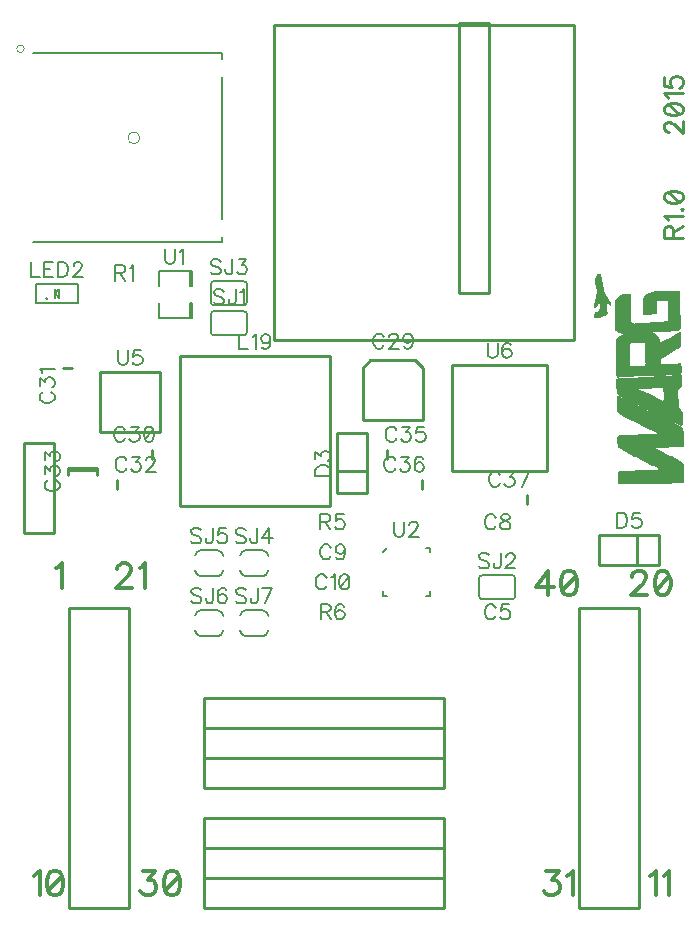
<source format=gbr>
G04 DipTrace 2.4.0.2*
%INTopSilk.gbr*%
%MOIN*%
%ADD10C,0.0098*%
%ADD12C,0.003*%
%ADD16C,0.008*%
%ADD22C,0.0*%
%ADD23C,0.005*%
%ADD37C,0.006*%
%ADD90C,0.0077*%
%ADD91C,0.0093*%
%ADD92C,0.0124*%
%FSLAX44Y44*%
G04*
G70*
G90*
G75*
G01*
%LNTopSilk*%
%LPD*%
X15728Y20207D2*
D10*
X17728D1*
Y21957D1*
X17478Y22207D1*
X15978D1*
X15728Y20207D2*
Y21957D1*
X15978Y22207D1*
X8713Y19223D2*
Y18908D1*
X5720Y21962D2*
X6035D1*
X7544Y17908D2*
Y18223D1*
X5886Y18557D2*
X6870D1*
X5886Y18632D2*
X6870D1*
X5886D2*
Y18396D1*
X6870Y18632D2*
Y18396D1*
X16544Y18908D2*
Y19223D1*
X17713Y18223D2*
Y17908D1*
X21213Y17723D2*
Y17408D1*
X15878Y19778D2*
X14878D1*
Y17778D1*
X15878D1*
Y19778D1*
Y18528D2*
X14878D1*
X23609Y16393D2*
X25609D1*
Y15393D1*
X23609D1*
Y16393D1*
X24859D2*
Y15393D1*
X10440Y8940D2*
X18440D1*
Y9940D1*
X10440D1*
Y8940D1*
Y7940D2*
X18440D1*
Y8940D1*
X10440D1*
Y7940D1*
Y10940D2*
X18440D1*
Y9940D1*
X10440D1*
Y10940D1*
X18944Y24435D2*
X19944D1*
Y33436D1*
X18944D1*
Y24435D1*
X10440Y5940D2*
X18440D1*
Y6940D1*
X10440D1*
Y5940D1*
Y3940D2*
X18440D1*
Y4940D1*
X10440D1*
Y3940D1*
Y4940D2*
X18440D1*
Y5940D1*
X10440D1*
Y4940D1*
X5444Y19436D2*
X4444D1*
Y16436D1*
X5444D1*
Y19436D1*
X9627Y17349D2*
X14627D1*
Y22349D1*
X9627D1*
Y17349D1*
X5151Y24263D2*
D22*
G02X5151Y24263I41J0D01*
G01*
X5448Y24283D2*
D23*
Y24440D1*
Y24597D1*
Y24440D2*
X5605Y24283D1*
Y24597D1*
X5448Y24440D1*
X6235Y24755D2*
Y24125D1*
X4819D1*
Y24714D1*
Y24716D2*
Y24755D1*
X6235D1*
X10760Y23840D2*
D37*
X11760D1*
X10760Y23040D2*
G02X10660Y23140I0J100D01*
G01*
X11860D2*
G02X11760Y23040I-100J0D01*
G01*
X11860Y23740D2*
G03X11760Y23840I-100J0D01*
G01*
X10760D2*
G03X10660Y23740I0J-100D01*
G01*
Y23140D1*
X11860Y23740D2*
Y23140D1*
X11760Y23040D2*
X10760D1*
X20703Y14243D2*
X19703D1*
X20703Y15043D2*
G02X20803Y14943I0J-100D01*
G01*
X19603D2*
G02X19703Y15043I100J0D01*
G01*
X19603Y14343D2*
G03X19703Y14243I100J0D01*
G01*
X20703D2*
G03X20803Y14343I0J100D01*
G01*
Y14943D1*
X19603Y14343D2*
Y14943D1*
X19703Y15043D2*
X20703D1*
X10760Y24840D2*
X11760D1*
X10760Y24040D2*
G02X10660Y24140I0J100D01*
G01*
X11860D2*
G02X11760Y24040I-100J0D01*
G01*
X11860Y24740D2*
G03X11760Y24840I-100J0D01*
G01*
X10760D2*
G03X10660Y24740I0J-100D01*
G01*
Y24140D1*
X11860Y24740D2*
Y24140D1*
X11760Y24040D2*
X10760D1*
X12385Y15002D2*
X11823D1*
X12385Y15877D2*
G02X12573Y15690I-31J-219D01*
G01*
X11635D2*
G02X11823Y15877I219J-31D01*
G01*
X11635Y15190D2*
G03X11823Y15002I219J31D01*
G01*
X12385D2*
G03X12573Y15190I-31J219D01*
G01*
X11823Y15877D2*
X12385D1*
X10885Y15002D2*
X10323D1*
X10885Y15877D2*
G02X11073Y15690I-31J-219D01*
G01*
X10135D2*
G02X10323Y15877I219J-31D01*
G01*
X10135Y15190D2*
G03X10323Y15002I219J31D01*
G01*
X10885D2*
G03X11073Y15190I-31J219D01*
G01*
X10323Y15877D2*
X10885D1*
Y13003D2*
X10323D1*
X10885Y13878D2*
G02X11073Y13690I-31J-219D01*
G01*
X10135D2*
G02X10323Y13878I219J-31D01*
G01*
X10135Y13190D2*
G03X10323Y13003I219J31D01*
G01*
X10885D2*
G03X11073Y13190I-31J219D01*
G01*
X10323Y13878D2*
X10885D1*
X12385Y13003D2*
X11823D1*
X12385Y13878D2*
G02X12573Y13690I-31J-219D01*
G01*
X11635D2*
G02X11823Y13878I219J-31D01*
G01*
X11635Y13190D2*
G03X11823Y13003I219J31D01*
G01*
X12385D2*
G03X12573Y13190I-31J219D01*
G01*
X11823Y13878D2*
X12385D1*
X9952Y24674D2*
D23*
Y25186D1*
X8928D1*
Y23611D2*
X9952D1*
Y24123D1*
X8928Y24674D2*
Y25186D1*
Y23611D2*
Y24123D1*
X9991Y24674D2*
Y25186D1*
Y23611D2*
Y24123D1*
X10031Y24674D2*
Y25186D1*
Y23611D2*
Y24123D1*
Y25186D2*
X9952D1*
X10031Y24674D2*
X9952D1*
X10031Y24123D2*
X9952D1*
X10031Y23611D2*
X9952D1*
X17820Y14364D2*
D16*
X17958D1*
Y14501D2*
Y14364D1*
X16521D2*
X16383D1*
Y14501D1*
X17958Y15801D2*
Y15938D1*
X17820D1*
X16521D2*
X16383Y15801D1*
X7895Y29620D2*
D22*
G02X7895Y29620I197J0D01*
G01*
X4187Y32593D2*
G02X4187Y32593I124J0D01*
G01*
X4744Y32436D2*
D23*
X11044D1*
Y26136D2*
X4744D1*
X11044Y31648D2*
Y26923D1*
Y26333D2*
Y26136D1*
Y32436D2*
Y32238D1*
X6971Y19815D2*
D10*
X8970D1*
Y21815D1*
X6971D1*
Y19815D1*
X18709Y22057D2*
X21859D1*
Y18514D1*
X18709D1*
Y22057D1*
X22774Y33396D2*
X12774D1*
Y22896D1*
X22774D1*
Y33396D1*
X22945Y13956D2*
X24943D1*
Y3954D1*
X22945D1*
Y13956D1*
X5945D2*
X7944D1*
Y3954D1*
X5945D1*
Y13956D1*
X23532Y25093D2*
D12*
X23622D1*
X23521Y25063D2*
X23632D1*
X23508Y25033D2*
X23641D1*
X23495Y25003D2*
X23647D1*
X23484Y24973D2*
X23651D1*
X23478Y24943D2*
X23656D1*
X23474Y24913D2*
X23664D1*
X23473Y24883D2*
X23672D1*
X23472Y24853D2*
X23677D1*
X23472Y24823D2*
X23681D1*
X23473Y24793D2*
X23686D1*
X23477Y24763D2*
X23694D1*
X23484Y24733D2*
X23702D1*
X23492Y24703D2*
X23707D1*
X23498Y24673D2*
X23711D1*
X23505Y24643D2*
X23716D1*
X23513Y24613D2*
X23724D1*
X23522Y24583D2*
X23732D1*
X23527Y24553D2*
X23738D1*
X23529Y24523D2*
X23745D1*
X25482D2*
X26262D1*
X23526Y24493D2*
X23754D1*
X25368D2*
X26262D1*
X23519Y24463D2*
X23767D1*
X25278D2*
X26262D1*
X23512Y24433D2*
X23780D1*
X24492D2*
X24642D1*
X25213D2*
X26262D1*
X23507Y24403D2*
X23796D1*
X24409D2*
X24642D1*
X25166D2*
X26262D1*
X23503Y24373D2*
X23813D1*
X24336D2*
X24642D1*
X25132D2*
X26262D1*
X23498Y24343D2*
X23833D1*
X24278D2*
X24642D1*
X25107D2*
X26262D1*
X23490Y24313D2*
X23852D1*
X24230D2*
X24642D1*
X25089D2*
X26262D1*
X23482Y24283D2*
X23872D1*
X24191D2*
X24642D1*
X25076D2*
X26262D1*
X23477Y24253D2*
X23892D1*
X24158D2*
X24642D1*
X25068D2*
X26262D1*
X23473Y24223D2*
X23912D1*
X24145D2*
X24642D1*
X25065D2*
X26262D1*
X23468Y24193D2*
X23932D1*
X24137D2*
X24642D1*
X25063D2*
X25482D1*
X25902D2*
X26262D1*
X23460Y24163D2*
X23951D1*
X24134D2*
X24642D1*
X25062D2*
X25482D1*
X25902D2*
X26262D1*
X23452Y24133D2*
X23967D1*
X24133D2*
X24642D1*
X25062D2*
X25482D1*
X25902D2*
X26262D1*
X23447Y24103D2*
X23567D1*
X23622D2*
X23972D1*
X24132D2*
X24642D1*
X25062D2*
X25482D1*
X25902D2*
X26262D1*
X23444Y24073D2*
X23544D1*
X23623D2*
X23832D1*
X23922D2*
X23964D1*
X24132D2*
X24642D1*
X25062D2*
X25482D1*
X25902D2*
X26262D1*
X23443Y24043D2*
X23522D1*
X23627D2*
X23832D1*
X23952D2*
D3*
X24132D2*
X24642D1*
X25062D2*
X25482D1*
X25902D2*
X26262D1*
X23442Y24013D2*
X23498D1*
X23633D2*
X23832D1*
X24132D2*
X24642D1*
X25062D2*
X25482D1*
X25902D2*
X26262D1*
X23442Y23983D2*
X23472D1*
X23638D2*
X23832D1*
X24132D2*
X24642D1*
X25062D2*
X25482D1*
X25902D2*
X26262D1*
X23632Y23953D2*
X23832D1*
X24132D2*
X24642D1*
X25062D2*
X25482D1*
X25902D2*
X26262D1*
X23609Y23923D2*
X23832D1*
X24132D2*
X24642D1*
X25062D2*
X25482D1*
X25902D2*
X26262D1*
X23582Y23893D2*
X23832D1*
X24132D2*
X24642D1*
X25062D2*
X25482D1*
X25902D2*
X26262D1*
X23559Y23863D2*
X23833D1*
X24132D2*
X24642D1*
X25062D2*
X25482D1*
X25902D2*
X26262D1*
X23543Y23833D2*
X23838D1*
X24132D2*
X24642D1*
X25062D2*
X25482D1*
X25902D2*
X26262D1*
X23472Y23803D2*
X23848D1*
X24132D2*
X24642D1*
X25062D2*
X25482D1*
X25902D2*
X26263D1*
X23457Y23773D2*
X23862D1*
X24132D2*
X24642D1*
X25062D2*
X25482D1*
X25902D2*
X26267D1*
X23442Y23743D2*
X23816D1*
X24132D2*
X24642D1*
X25062D2*
X25212D1*
X25902D2*
X26274D1*
X23429Y23713D2*
X23753D1*
X24132D2*
X24642D1*
X25902D2*
X26282D1*
X23434Y23683D2*
X23676D1*
X24132D2*
X24642D1*
X25902D2*
X26287D1*
X23442Y23653D2*
X23592D1*
X24132D2*
X24642D1*
X25902D2*
X26290D1*
X24132Y23623D2*
X24642D1*
X25902D2*
X26291D1*
X24132Y23593D2*
X24642D1*
X25898D2*
X26292D1*
X24132Y23563D2*
X24642D1*
X25890D2*
X26292D1*
X24132Y23533D2*
X24642D1*
X25849D2*
X26292D1*
X24132Y23503D2*
X24644D1*
X25790D2*
X26292D1*
X24132Y23473D2*
X24658D1*
X25302D2*
X26292D1*
X24132Y23443D2*
X24705D1*
X24792D2*
X26292D1*
X24132Y23413D2*
X26292D1*
X24132Y23383D2*
X26292D1*
X24132Y23353D2*
X26292D1*
X24132Y23323D2*
X26291D1*
X24132Y23293D2*
X26288D1*
X24134Y23263D2*
X26272D1*
X24140Y23233D2*
X26197D1*
X24161Y23203D2*
X26068D1*
X24206Y23173D2*
X25902D1*
X24269Y23143D2*
X25373D1*
X26262D2*
X26292D1*
X24348Y23113D2*
X25408D1*
X26216D2*
X26292D1*
X24432Y23083D2*
X25452D1*
X26166D2*
X26292D1*
X24349Y23053D2*
X25494D1*
X26114D2*
X26292D1*
X24282Y23023D2*
X25528D1*
X26063D2*
X26292D1*
X24231Y22993D2*
X25551D1*
X26011D2*
X26292D1*
X24191Y22963D2*
X25567D1*
X25958D2*
X26292D1*
X24176Y22933D2*
X25580D1*
X25905D2*
X26292D1*
X24168Y22903D2*
X25591D1*
X25853D2*
X26292D1*
X24164Y22873D2*
X25599D1*
X25799D2*
X26292D1*
X24163Y22843D2*
X25608D1*
X25735D2*
X26292D1*
X24162Y22813D2*
X25633D1*
X25658D2*
X26292D1*
X24162Y22783D2*
X24618D1*
X25122D2*
X26292D1*
X24162Y22753D2*
X24600D1*
X25122D2*
X26292D1*
X24162Y22723D2*
X24590D1*
X25122D2*
X26289D1*
X24162Y22693D2*
X24585D1*
X25122D2*
X26284D1*
X24162Y22663D2*
X24583D1*
X25122D2*
X26257D1*
X24162Y22633D2*
X24582D1*
X25122D2*
X26221D1*
X24162Y22603D2*
X24582D1*
X25122D2*
X26177D1*
X24162Y22573D2*
X24582D1*
X25122D2*
X26129D1*
X24162Y22543D2*
X24582D1*
X25122D2*
X26077D1*
X24162Y22513D2*
X24582D1*
X25122D2*
X26024D1*
X24162Y22483D2*
X24582D1*
X25122D2*
X25973D1*
X24162Y22453D2*
X24582D1*
X25122D2*
X25922D1*
X24162Y22423D2*
X24582D1*
X25122D2*
X25868D1*
X24162Y22393D2*
X24582D1*
X25122D2*
X25815D1*
X24162Y22363D2*
X24582D1*
X25122D2*
X25765D1*
X24162Y22333D2*
X24582D1*
X25122D2*
X25719D1*
X24162Y22303D2*
X24582D1*
X25122D2*
X25682D1*
X24162Y22273D2*
X24582D1*
X25123D2*
X25652D1*
X24162Y22243D2*
X24582D1*
X25127D2*
X25642D1*
X24162Y22213D2*
X24582D1*
X25134D2*
X25636D1*
X24162Y22183D2*
X24582D1*
X25142D2*
X25634D1*
X24162Y22153D2*
X24582D1*
X25147D2*
X25633D1*
X24162Y22123D2*
X24582D1*
X25149D2*
X25632D1*
X26232D2*
X26292D1*
X24162Y22093D2*
X24582D1*
X25145D2*
X26306D1*
X24162Y22063D2*
X24582D1*
X25133D2*
X26314D1*
X24162Y22033D2*
X24582D1*
X25114D2*
X26319D1*
X24162Y22003D2*
X26321D1*
X24162Y21973D2*
X26321D1*
X24162Y21943D2*
X26322D1*
X24162Y21913D2*
X26322D1*
X24162Y21883D2*
X26322D1*
X24162Y21853D2*
X26321D1*
X24162Y21823D2*
X26316D1*
X24162Y21793D2*
X26306D1*
X24162Y21763D2*
X26292D1*
X24163Y21733D2*
X25812D1*
X24167Y21703D2*
X25242D1*
X26022D2*
X26322D1*
X24182Y21673D2*
X24732D1*
X25422D2*
X26322D1*
X24214Y21643D2*
X24192D1*
X24882D2*
X26322D1*
X24402Y21613D2*
X26322D1*
X24162Y21583D2*
X26322D1*
X24162Y21553D2*
X26322D1*
X24162Y21523D2*
X26322D1*
X24162Y21493D2*
X26322D1*
X24162Y21463D2*
X26323D1*
X24162Y21433D2*
X26327D1*
X24162Y21403D2*
X26332D1*
X24162Y21373D2*
X26337D1*
X24163Y21343D2*
X26322D1*
X24167Y21313D2*
X26283D1*
X24174Y21283D2*
X25332D1*
X25727D2*
X26247D1*
X24182Y21253D2*
X24873D1*
X25734D2*
X26219D1*
X24187Y21223D2*
X24947D1*
X25742D2*
X26210D1*
X24190Y21193D2*
X25016D1*
X25747D2*
X26205D1*
X24191Y21163D2*
X25083D1*
X25750D2*
X26203D1*
X24194Y21133D2*
X25148D1*
X25751D2*
X26202D1*
X24200Y21103D2*
X25210D1*
X25752D2*
X26202D1*
X24228Y21073D2*
X25271D1*
X25752D2*
X26202D1*
X24268Y21043D2*
X25332D1*
X25752D2*
X26202D1*
X24192Y21013D2*
X24222D1*
X24319D2*
X25392D1*
X25752D2*
X26203D1*
X24192Y20983D2*
X24282D1*
X24375D2*
X25452D1*
X25752D2*
X26207D1*
X24192Y20953D2*
X24342D1*
X24433D2*
X25512D1*
X25752D2*
X26214D1*
X24192Y20923D2*
X24404D1*
X24490D2*
X25573D1*
X25751D2*
X26222D1*
X24192Y20893D2*
X24474D1*
X24540D2*
X25638D1*
X25746D2*
X26227D1*
X24192Y20863D2*
X24554D1*
X24580D2*
X25708D1*
X25736D2*
X26230D1*
X24192Y20833D2*
X24612D1*
X24661D2*
X26231D1*
X24192Y20803D2*
X24670D1*
X24700D2*
X26232D1*
X24192Y20773D2*
X24732D1*
X24778D2*
X26232D1*
X24192Y20743D2*
X24792D1*
X24882D2*
X26232D1*
X24192Y20713D2*
X24852D1*
X24942D2*
X26232D1*
X24192Y20683D2*
X24912D1*
X25002D2*
X26233D1*
X24192Y20653D2*
X24972D1*
X25062D2*
X26237D1*
X24192Y20623D2*
X25032D1*
X25122D2*
X26255D1*
X24192Y20593D2*
X25092D1*
X25182D2*
X26281D1*
X24192Y20563D2*
X25152D1*
X25242D2*
X26309D1*
X24195Y20533D2*
X25212D1*
X25303D2*
X26333D1*
X24200Y20503D2*
X25272D1*
X25367D2*
X26343D1*
X24228Y20473D2*
X25332D1*
X25434D2*
X26348D1*
X24268Y20443D2*
X25393D1*
X25502D2*
X26350D1*
X24319Y20413D2*
X25457D1*
X25567D2*
X26351D1*
X24376Y20383D2*
X25524D1*
X25630D2*
X26352D1*
X24437Y20353D2*
X25592D1*
X25691D2*
X26352D1*
X24501Y20323D2*
X25657D1*
X25752D2*
X26352D1*
X24564Y20293D2*
X25720D1*
X25812D2*
X26353D1*
X24625Y20263D2*
X25781D1*
X25872D2*
X26357D1*
X24683Y20233D2*
X25842D1*
X25933D2*
X26364D1*
X24742Y20203D2*
X25902D1*
X25996D2*
X26372D1*
X24802Y20173D2*
X25962D1*
X26060D2*
X26377D1*
X24861Y20143D2*
X26022D1*
X26125D2*
X26379D1*
X24918Y20113D2*
X26082D1*
X26190D2*
X26380D1*
X24975Y20083D2*
X26143D1*
X26256D2*
X26370D1*
X25033Y20053D2*
X26206D1*
X26322D2*
X26335D1*
X25093Y20023D2*
X26267D1*
X25153Y19993D2*
X26317D1*
X25216Y19963D2*
X26356D1*
X25279Y19933D2*
X26370D1*
X25340Y19903D2*
X26377D1*
X25397Y19873D2*
X26380D1*
X25455Y19843D2*
X26381D1*
X25513Y19813D2*
X26382D1*
X25572Y19783D2*
X26382D1*
X24882Y19753D2*
X26382D1*
X24252Y19723D2*
X26382D1*
X24224Y19693D2*
X26382D1*
X24204Y19663D2*
X26382D1*
X24197Y19633D2*
X26382D1*
X24194Y19603D2*
X26382D1*
X24193Y19573D2*
X26382D1*
X24193Y19543D2*
X26382D1*
X24197Y19513D2*
X26382D1*
X24204Y19483D2*
X26382D1*
X24212Y19453D2*
X26382D1*
X24217Y19423D2*
X26382D1*
X24221Y19393D2*
X26382D1*
X24226Y19363D2*
X26382D1*
X24242Y19333D2*
X25722D1*
X24276Y19303D2*
X25392D1*
X24320Y19273D2*
X25452D1*
X24369Y19243D2*
X25512D1*
X24425Y19213D2*
X25572D1*
X24483Y19183D2*
X25632D1*
X24541Y19153D2*
X25692D1*
X24598Y19123D2*
X25752D1*
X24654Y19093D2*
X25812D1*
X24709Y19063D2*
X25872D1*
X24766Y19033D2*
X25932D1*
X24824Y19003D2*
X25992D1*
X24883Y18973D2*
X26052D1*
X24942Y18943D2*
X26112D1*
X25002Y18913D2*
X26171D1*
X25062Y18883D2*
X26227D1*
X25122Y18853D2*
X26278D1*
X25182Y18823D2*
X26325D1*
X25242Y18793D2*
X26362D1*
X25302Y18763D2*
X26392D1*
X25362Y18733D2*
X26402D1*
X25422Y18703D2*
X26408D1*
X25482Y18673D2*
X26410D1*
X25542Y18643D2*
X26411D1*
X25602Y18613D2*
X26412D1*
X25572Y18583D2*
X26412D1*
X24792Y18553D2*
X26412D1*
X24252Y18523D2*
X26412D1*
X24238Y18493D2*
X26412D1*
X24229Y18463D2*
X26412D1*
X24225Y18433D2*
X26412D1*
X24223Y18403D2*
X26412D1*
X24222Y18373D2*
X26412D1*
X24222Y18343D2*
X26412D1*
X24222Y18313D2*
X26412D1*
X24222Y18283D2*
X26412D1*
X24222Y18253D2*
X26412D1*
X24222Y18223D2*
X26412D1*
X24222Y18193D2*
X26412D1*
X24222Y18163D2*
X26412D1*
X24222Y18133D2*
X25992D1*
X24222Y18103D2*
X25032D1*
X23532Y25093D2*
X23521Y25063D1*
X23508Y25033D1*
X23495Y25003D1*
X23484Y24973D1*
X23478Y24943D1*
X23474Y24913D1*
X23473Y24883D1*
X23472Y24853D1*
Y24823D1*
X23473Y24793D1*
X23477Y24763D1*
X23484Y24733D1*
X23492Y24703D1*
X23498Y24673D1*
X23505Y24643D1*
X23513Y24613D1*
X23522Y24583D1*
X23527Y24553D1*
X23529Y24523D1*
X23526Y24493D1*
X23519Y24463D1*
X23512Y24433D1*
X23507Y24403D1*
X23503Y24373D1*
X23498Y24343D1*
X23490Y24313D1*
X23482Y24283D1*
X23477Y24253D1*
X23473Y24223D1*
X23468Y24193D1*
X23460Y24163D1*
X23452Y24133D1*
X23447Y24103D1*
X23444Y24073D1*
X23443Y24043D1*
X23442Y24013D1*
Y23983D1*
X23622Y25093D2*
X23632Y25063D1*
X23641Y25033D1*
X23647Y25003D1*
X23651Y24973D1*
X23656Y24943D1*
X23664Y24913D1*
X23672Y24883D1*
X23677Y24853D1*
X23681Y24823D1*
X23686Y24793D1*
X23694Y24763D1*
X23702Y24733D1*
X23707Y24703D1*
X23711Y24673D1*
X23716Y24643D1*
X23724Y24613D1*
X23732Y24583D1*
X23738Y24553D1*
X23745Y24523D1*
X23754Y24493D1*
X23767Y24463D1*
X23780Y24433D1*
X23796Y24403D1*
X23813Y24373D1*
X23833Y24343D1*
X23852Y24313D1*
X23872Y24283D1*
X23892Y24253D1*
X23912Y24223D1*
X23932Y24193D1*
X23951Y24163D1*
X23967Y24133D1*
X23972Y24103D1*
X23964Y24073D1*
X23952Y24043D1*
X25482Y24523D2*
X25368Y24493D1*
X25278Y24463D1*
X25213Y24433D1*
X25166Y24403D1*
X25132Y24373D1*
X25107Y24343D1*
X25089Y24313D1*
X25076Y24283D1*
X25068Y24253D1*
X25065Y24223D1*
X25063Y24193D1*
X25062Y24163D1*
Y24133D1*
Y24103D1*
Y24073D1*
Y24043D1*
Y24013D1*
Y23983D1*
Y23953D1*
Y23923D1*
Y23893D1*
Y23863D1*
Y23833D1*
Y23803D1*
Y23773D1*
Y23743D1*
X26262Y24523D2*
Y24493D1*
Y24463D1*
Y24433D1*
Y24403D1*
Y24373D1*
Y24343D1*
Y24313D1*
Y24283D1*
Y24253D1*
Y24223D1*
Y24193D1*
Y24163D1*
Y24133D1*
Y24103D1*
Y24073D1*
Y24043D1*
Y24013D1*
Y23983D1*
Y23953D1*
Y23923D1*
Y23893D1*
Y23863D1*
Y23833D1*
X26263Y23803D1*
X26267Y23773D1*
X26274Y23743D1*
X26282Y23713D1*
X26287Y23683D1*
X26290Y23653D1*
X26291Y23623D1*
X26292Y23593D1*
Y23563D1*
Y23533D1*
Y23503D1*
Y23473D1*
Y23443D1*
Y23413D1*
Y23383D1*
Y23353D1*
X26291Y23323D1*
X26288Y23293D1*
X26272Y23263D1*
X26197Y23233D1*
X26068Y23203D1*
X25902Y23173D1*
X24492Y24433D2*
X24409Y24403D1*
X24336Y24373D1*
X24278Y24343D1*
X24230Y24313D1*
X24191Y24283D1*
X24158Y24253D1*
X24145Y24223D1*
X24137Y24193D1*
X24134Y24163D1*
X24133Y24133D1*
X24132Y24103D1*
Y24073D1*
Y24043D1*
Y24013D1*
Y23983D1*
Y23953D1*
Y23923D1*
Y23893D1*
Y23863D1*
Y23833D1*
Y23803D1*
Y23773D1*
Y23743D1*
Y23713D1*
Y23683D1*
Y23653D1*
Y23623D1*
Y23593D1*
Y23563D1*
Y23533D1*
Y23503D1*
Y23473D1*
Y23443D1*
Y23413D1*
Y23383D1*
Y23353D1*
Y23323D1*
Y23293D1*
X24134Y23263D1*
X24140Y23233D1*
X24161Y23203D1*
X24206Y23173D1*
X24269Y23143D1*
X24348Y23113D1*
X24432Y23083D1*
X24349Y23053D1*
X24282Y23023D1*
X24231Y22993D1*
X24191Y22963D1*
X24176Y22933D1*
X24168Y22903D1*
X24164Y22873D1*
X24163Y22843D1*
X24162Y22813D1*
Y22783D1*
Y22753D1*
Y22723D1*
Y22693D1*
Y22663D1*
Y22633D1*
Y22603D1*
Y22573D1*
Y22543D1*
Y22513D1*
Y22483D1*
Y22453D1*
Y22423D1*
Y22393D1*
Y22363D1*
Y22333D1*
Y22303D1*
Y22273D1*
Y22243D1*
Y22213D1*
Y22183D1*
Y22153D1*
Y22123D1*
Y22093D1*
Y22063D1*
Y22033D1*
Y22003D1*
Y21973D1*
Y21943D1*
Y21913D1*
Y21883D1*
Y21853D1*
Y21823D1*
Y21793D1*
Y21763D1*
X24163Y21733D1*
X24167Y21703D1*
X24182Y21673D1*
X24214Y21643D1*
X24252Y21613D1*
X24642Y24433D2*
Y24403D1*
Y24373D1*
Y24343D1*
Y24313D1*
Y24283D1*
Y24253D1*
Y24223D1*
Y24193D1*
Y24163D1*
Y24133D1*
Y24103D1*
Y24073D1*
Y24043D1*
Y24013D1*
Y23983D1*
Y23953D1*
Y23923D1*
Y23893D1*
Y23863D1*
Y23833D1*
Y23803D1*
Y23773D1*
Y23743D1*
Y23713D1*
Y23683D1*
Y23653D1*
Y23623D1*
Y23593D1*
Y23563D1*
Y23533D1*
X24644Y23503D1*
X24658Y23473D1*
X24705Y23443D1*
X24762Y23413D1*
X25482Y24223D2*
Y24193D1*
Y24163D1*
Y24133D1*
Y24103D1*
Y24073D1*
Y24043D1*
Y24013D1*
Y23983D1*
Y23953D1*
Y23923D1*
Y23893D1*
Y23863D1*
Y23833D1*
Y23803D1*
Y23773D1*
X25212Y23743D1*
X25902Y24223D2*
Y24193D1*
Y24163D1*
Y24133D1*
Y24103D1*
Y24073D1*
Y24043D1*
Y24013D1*
Y23983D1*
Y23953D1*
Y23923D1*
Y23893D1*
Y23863D1*
Y23833D1*
Y23803D1*
Y23773D1*
Y23743D1*
Y23713D1*
Y23683D1*
Y23653D1*
Y23623D1*
X25898Y23593D1*
X25890Y23563D1*
X25849Y23533D1*
X25790Y23503D1*
X25722Y23473D1*
X23592Y24133D2*
X23567Y24103D1*
X23544Y24073D1*
X23522Y24043D1*
X23498Y24013D1*
X23472Y23983D1*
X23622Y24133D2*
Y24103D1*
X23623Y24073D1*
X23627Y24043D1*
X23633Y24013D1*
X23638Y23983D1*
X23632Y23953D1*
X23609Y23923D1*
X23582Y23893D1*
X23559Y23863D1*
X23543Y23833D1*
X23532Y23803D1*
X23472D1*
X23457Y23773D1*
X23442Y23743D1*
X23429Y23713D1*
X23434Y23683D1*
X23442Y23653D1*
X23832Y24103D2*
Y24073D1*
Y24043D1*
Y24013D1*
Y23983D1*
Y23953D1*
Y23923D1*
Y23893D1*
X23833Y23863D1*
X23838Y23833D1*
X23848Y23803D1*
X23862Y23773D1*
X23816Y23743D1*
X23753Y23713D1*
X23676Y23683D1*
X23592Y23653D1*
X23892Y24103D2*
X23922Y24073D1*
X23952Y24043D1*
X25302Y23473D2*
Y23443D1*
X24792D2*
X24762Y23413D1*
X25362Y23173D2*
X25373Y23143D1*
X25408Y23113D1*
X25452Y23083D1*
X25494Y23053D1*
X25528Y23023D1*
X25551Y22993D1*
X25567Y22963D1*
X25580Y22933D1*
X25591Y22903D1*
X25599Y22873D1*
X25608Y22843D1*
X25633Y22813D1*
X25662Y22783D1*
X26262Y23143D2*
X26216Y23113D1*
X26166Y23083D1*
X26114Y23053D1*
X26063Y23023D1*
X26011Y22993D1*
X25958Y22963D1*
X25905Y22933D1*
X25853Y22903D1*
X25799Y22873D1*
X25735Y22843D1*
X25658Y22813D1*
X25572Y22783D1*
X26292Y23143D2*
Y23113D1*
Y23083D1*
Y23053D1*
Y23023D1*
Y22993D1*
Y22963D1*
Y22933D1*
Y22903D1*
Y22873D1*
Y22843D1*
Y22813D1*
Y22783D1*
Y22753D1*
X26289Y22723D1*
X26284Y22693D1*
X26257Y22663D1*
X26221Y22633D1*
X26177Y22603D1*
X26129Y22573D1*
X26077Y22543D1*
X26024Y22513D1*
X25973Y22483D1*
X25922Y22453D1*
X25868Y22423D1*
X25815Y22393D1*
X25765Y22363D1*
X25719Y22333D1*
X25682Y22303D1*
X25652Y22273D1*
X25642Y22243D1*
X25636Y22213D1*
X25634Y22183D1*
X25633Y22153D1*
X25632Y22123D1*
Y22093D1*
X24642Y22813D2*
X24618Y22783D1*
X24600Y22753D1*
X24590Y22723D1*
X24585Y22693D1*
X24583Y22663D1*
X24582Y22633D1*
Y22603D1*
Y22573D1*
Y22543D1*
Y22513D1*
Y22483D1*
Y22453D1*
Y22423D1*
Y22393D1*
Y22363D1*
Y22333D1*
Y22303D1*
Y22273D1*
Y22243D1*
Y22213D1*
Y22183D1*
Y22153D1*
Y22123D1*
Y22093D1*
Y22063D1*
Y22033D1*
Y22003D1*
X25122Y22813D2*
Y22783D1*
Y22753D1*
Y22723D1*
Y22693D1*
Y22663D1*
Y22633D1*
Y22603D1*
Y22573D1*
Y22543D1*
Y22513D1*
Y22483D1*
Y22453D1*
Y22423D1*
Y22393D1*
Y22363D1*
Y22333D1*
Y22303D1*
X25123Y22273D1*
X25127Y22243D1*
X25134Y22213D1*
X25142Y22183D1*
X25147Y22153D1*
X25149Y22123D1*
X25145Y22093D1*
X25133Y22063D1*
X25114Y22033D1*
X25092Y22003D1*
X26232Y22123D2*
Y22093D1*
X26292Y22123D2*
X26306Y22093D1*
X26314Y22063D1*
X26319Y22033D1*
X26321Y22003D1*
Y21973D1*
X26322Y21943D1*
Y21913D1*
Y21883D1*
X26321Y21853D1*
X26316Y21823D1*
X26306Y21793D1*
X26292Y21763D1*
X25842D2*
X25812Y21733D1*
X25272D2*
X25242Y21703D1*
X26022D2*
Y21673D1*
X26322Y21703D2*
Y21673D1*
Y21643D1*
Y21613D1*
Y21583D1*
Y21553D1*
Y21523D1*
Y21493D1*
X26323Y21463D1*
X26327Y21433D1*
X26332Y21403D1*
X26337Y21373D1*
X26322Y21343D1*
X26283Y21313D1*
X26247Y21283D1*
X26219Y21253D1*
X26210Y21223D1*
X26205Y21193D1*
X26203Y21163D1*
X26202Y21133D1*
Y21103D1*
Y21073D1*
Y21043D1*
X26203Y21013D1*
X26207Y20983D1*
X26214Y20953D1*
X26222Y20923D1*
X26227Y20893D1*
X26230Y20863D1*
X26231Y20833D1*
X26232Y20803D1*
Y20773D1*
Y20743D1*
Y20713D1*
X26233Y20683D1*
X26237Y20653D1*
X26255Y20623D1*
X26281Y20593D1*
X26309Y20563D1*
X26333Y20533D1*
X26343Y20503D1*
X26348Y20473D1*
X26350Y20443D1*
X26351Y20413D1*
X26352Y20383D1*
Y20353D1*
Y20323D1*
X26353Y20293D1*
X26357Y20263D1*
X26364Y20233D1*
X26372Y20203D1*
X26377Y20173D1*
X26379Y20143D1*
X26380Y20113D1*
X26370Y20083D1*
X26335Y20053D1*
X26292Y20023D1*
X24762Y21703D2*
X24732Y21673D1*
X25422D2*
Y21643D1*
X24882D2*
Y21613D1*
X24402D2*
X24162Y21583D1*
Y21553D1*
Y21523D1*
Y21493D1*
Y21463D1*
Y21433D1*
Y21403D1*
Y21373D1*
X24163Y21343D1*
X24167Y21313D1*
X24174Y21283D1*
X24182Y21253D1*
X24187Y21223D1*
X24190Y21193D1*
X24191Y21163D1*
X24194Y21133D1*
X24200Y21103D1*
X24228Y21073D1*
X24268Y21043D1*
X24319Y21013D1*
X24375Y20983D1*
X24433Y20953D1*
X24490Y20923D1*
X24540Y20893D1*
X24580Y20863D1*
X24612Y20833D1*
X25362Y21313D2*
X25332Y21283D1*
X25722Y21313D2*
X25727Y21283D1*
X25734Y21253D1*
X25742Y21223D1*
X25747Y21193D1*
X25750Y21163D1*
X25751Y21133D1*
X25752Y21103D1*
Y21073D1*
Y21043D1*
Y21013D1*
Y20983D1*
Y20953D1*
X25751Y20923D1*
X25746Y20893D1*
X25736Y20863D1*
X25722Y20833D1*
X24792Y21283D2*
X24873Y21253D1*
X24947Y21223D1*
X25016Y21193D1*
X25083Y21163D1*
X25148Y21133D1*
X25210Y21103D1*
X25271Y21073D1*
X25332Y21043D1*
X25392Y21013D1*
X25452Y20983D1*
X25512Y20953D1*
X25573Y20923D1*
X25638Y20893D1*
X25708Y20863D1*
X25782Y20833D1*
X24192Y21013D2*
Y20983D1*
Y20953D1*
Y20923D1*
Y20893D1*
Y20863D1*
Y20833D1*
Y20803D1*
Y20773D1*
Y20743D1*
Y20713D1*
Y20683D1*
Y20653D1*
Y20623D1*
Y20593D1*
Y20563D1*
X24195Y20533D1*
X24200Y20503D1*
X24228Y20473D1*
X24268Y20443D1*
X24319Y20413D1*
X24376Y20383D1*
X24437Y20353D1*
X24501Y20323D1*
X24564Y20293D1*
X24625Y20263D1*
X24683Y20233D1*
X24742Y20203D1*
X24802Y20173D1*
X24861Y20143D1*
X24918Y20113D1*
X24975Y20083D1*
X25033Y20053D1*
X25093Y20023D1*
X25153Y19993D1*
X25216Y19963D1*
X25279Y19933D1*
X25340Y19903D1*
X25397Y19873D1*
X25455Y19843D1*
X25513Y19813D1*
X25572Y19783D1*
X25632Y19753D1*
X24222Y21013D2*
X24282Y20983D1*
X24342Y20953D1*
X24404Y20923D1*
X24474Y20893D1*
X24554Y20863D1*
X24642Y20833D1*
X24612D2*
X24670Y20803D1*
X24732Y20773D1*
X24612Y20863D2*
X24661Y20833D1*
X24700Y20803D1*
X24732Y20773D1*
X24762Y20743D1*
Y20803D2*
X24778Y20773D1*
X24792Y20743D1*
X24852Y20713D1*
X24912Y20683D1*
X24972Y20653D1*
X25032Y20623D1*
X25092Y20593D1*
X25152Y20563D1*
X25212Y20533D1*
X25272Y20503D1*
X25332Y20473D1*
X25393Y20443D1*
X25457Y20413D1*
X25524Y20383D1*
X25592Y20353D1*
X25657Y20323D1*
X25720Y20293D1*
X25781Y20263D1*
X25842Y20233D1*
X25902Y20203D1*
X25962Y20173D1*
X26022Y20143D1*
X26082Y20113D1*
X26143Y20083D1*
X26206Y20053D1*
X26267Y20023D1*
X26317Y19993D1*
X26356Y19963D1*
X26370Y19933D1*
X26377Y19903D1*
X26380Y19873D1*
X26381Y19843D1*
X26382Y19813D1*
Y19783D1*
Y19753D1*
Y19723D1*
Y19693D1*
Y19663D1*
Y19633D1*
Y19603D1*
Y19573D1*
Y19543D1*
Y19513D1*
Y19483D1*
Y19453D1*
Y19423D1*
Y19393D1*
Y19363D1*
X24822Y20773D2*
X24882Y20743D1*
X24942Y20713D1*
X25002Y20683D1*
X25062Y20653D1*
X25122Y20623D1*
X25182Y20593D1*
X25242Y20563D1*
X25303Y20533D1*
X25367Y20503D1*
X25434Y20473D1*
X25502Y20443D1*
X25567Y20413D1*
X25630Y20383D1*
X25691Y20353D1*
X25752Y20323D1*
X25812Y20293D1*
X25872Y20263D1*
X25933Y20233D1*
X25996Y20203D1*
X26060Y20173D1*
X26125Y20143D1*
X26190Y20113D1*
X26256Y20083D1*
X26322Y20053D1*
X24882Y19753D2*
Y19723D1*
X24252D2*
X24224Y19693D1*
X24204Y19663D1*
X24197Y19633D1*
X24194Y19603D1*
X24193Y19573D1*
Y19543D1*
X24197Y19513D1*
X24204Y19483D1*
X24212Y19453D1*
X24217Y19423D1*
X24221Y19393D1*
X24226Y19363D1*
X24242Y19333D1*
X24276Y19303D1*
X24320Y19273D1*
X24369Y19243D1*
X24425Y19213D1*
X24483Y19183D1*
X24541Y19153D1*
X24598Y19123D1*
X24654Y19093D1*
X24709Y19063D1*
X24766Y19033D1*
X24824Y19003D1*
X24883Y18973D1*
X24942Y18943D1*
X25002Y18913D1*
X25062Y18883D1*
X25122Y18853D1*
X25182Y18823D1*
X25242Y18793D1*
X25302Y18763D1*
X25362Y18733D1*
X25422Y18703D1*
X25482Y18673D1*
X25542Y18643D1*
X25602Y18613D1*
X25572Y18583D1*
X25542Y18553D1*
X26052Y19363D2*
X25722Y19333D1*
X25392Y19303D1*
X25452Y19273D1*
X25512Y19243D1*
X25572Y19213D1*
X25632Y19183D1*
X25692Y19153D1*
X25752Y19123D1*
X25812Y19093D1*
X25872Y19063D1*
X25932Y19033D1*
X25992Y19003D1*
X26052Y18973D1*
X26112Y18943D1*
X26171Y18913D1*
X26227Y18883D1*
X26278Y18853D1*
X26325Y18823D1*
X26362Y18793D1*
X26392Y18763D1*
X26402Y18733D1*
X26408Y18703D1*
X26410Y18673D1*
X26411Y18643D1*
X26412Y18613D1*
Y18583D1*
Y18553D1*
Y18523D1*
Y18493D1*
Y18463D1*
Y18433D1*
Y18403D1*
Y18373D1*
Y18343D1*
Y18313D1*
Y18283D1*
Y18253D1*
Y18223D1*
Y18193D1*
Y18163D1*
X24792Y18553D2*
Y18523D1*
X24252D2*
X24238Y18493D1*
X24229Y18463D1*
X24225Y18433D1*
X24223Y18403D1*
X24222Y18373D1*
Y18343D1*
Y18313D1*
Y18283D1*
Y18253D1*
Y18223D1*
Y18193D1*
Y18163D1*
Y18133D1*
Y18103D1*
X26022Y18163D2*
X25992Y18133D1*
X25062D2*
X25032Y18103D1*
X20152Y13953D2*
D90*
X20129Y14000D1*
X20080Y14048D1*
X20033Y14072D1*
X19937D1*
X19889Y14048D1*
X19842Y14000D1*
X19817Y13953D1*
X19794Y13881D1*
Y13761D1*
X19817Y13690D1*
X19842Y13642D1*
X19889Y13594D1*
X19937Y13570D1*
X20033D1*
X20080Y13594D1*
X20129Y13642D1*
X20152Y13690D1*
X20594Y14072D2*
X20355D1*
X20331Y13857D1*
X20355Y13880D1*
X20427Y13905D1*
X20498D1*
X20570Y13880D1*
X20618Y13833D1*
X20642Y13761D1*
Y13713D1*
X20618Y13642D1*
X20570Y13594D1*
X20498Y13570D1*
X20427D1*
X20355Y13594D1*
X20331Y13618D1*
X20307Y13665D1*
X20153Y16953D2*
X20129Y17000D1*
X20081Y17048D1*
X20033Y17072D1*
X19938D1*
X19889Y17048D1*
X19842Y17000D1*
X19818Y16953D1*
X19794Y16881D1*
Y16761D1*
X19818Y16690D1*
X19842Y16642D1*
X19889Y16594D1*
X19938Y16570D1*
X20033D1*
X20081Y16594D1*
X20129Y16642D1*
X20153Y16690D1*
X20426Y17072D2*
X20355Y17048D1*
X20331Y17000D1*
Y16952D1*
X20355Y16905D1*
X20403Y16880D1*
X20498Y16857D1*
X20570Y16833D1*
X20618Y16785D1*
X20641Y16737D1*
Y16665D1*
X20618Y16618D1*
X20594Y16594D1*
X20522Y16570D1*
X20426D1*
X20355Y16594D1*
X20331Y16618D1*
X20307Y16665D1*
Y16737D1*
X20331Y16785D1*
X20379Y16833D1*
X20450Y16857D1*
X20546Y16880D1*
X20594Y16905D1*
X20618Y16952D1*
Y17000D1*
X20594Y17048D1*
X20522Y17072D1*
X20426D1*
X14664Y15953D2*
X14640Y16000D1*
X14592Y16048D1*
X14545Y16072D1*
X14449D1*
X14401Y16048D1*
X14354Y16000D1*
X14329Y15953D1*
X14305Y15881D1*
Y15761D1*
X14329Y15690D1*
X14354Y15642D1*
X14401Y15594D1*
X14449Y15570D1*
X14545D1*
X14592Y15594D1*
X14640Y15642D1*
X14664Y15690D1*
X15130Y15905D2*
X15105Y15833D1*
X15058Y15785D1*
X14986Y15761D1*
X14962D1*
X14890Y15785D1*
X14843Y15833D1*
X14819Y15905D1*
Y15928D1*
X14843Y16000D1*
X14890Y16048D1*
X14962Y16072D1*
X14986D1*
X15058Y16048D1*
X15105Y16000D1*
X15130Y15905D1*
Y15785D1*
X15105Y15665D1*
X15058Y15594D1*
X14986Y15570D1*
X14938D1*
X14867Y15594D1*
X14843Y15642D1*
X14515Y14953D2*
X14491Y15000D1*
X14443Y15048D1*
X14396Y15072D1*
X14300D1*
X14252Y15048D1*
X14205Y15000D1*
X14180Y14953D1*
X14156Y14881D1*
Y14761D1*
X14180Y14690D1*
X14205Y14642D1*
X14252Y14594D1*
X14300Y14570D1*
X14396D1*
X14443Y14594D1*
X14491Y14642D1*
X14515Y14690D1*
X14670Y14976D2*
X14718Y15000D1*
X14789Y15072D1*
Y14570D1*
X15088Y15072D2*
X15016Y15048D1*
X14968Y14976D1*
X14944Y14857D1*
Y14785D1*
X14968Y14665D1*
X15016Y14594D1*
X15088Y14570D1*
X15135D1*
X15207Y14594D1*
X15254Y14665D1*
X15279Y14785D1*
Y14857D1*
X15254Y14976D1*
X15207Y15048D1*
X15135Y15072D1*
X15088D1*
X15254Y14976D2*
X14968Y14665D1*
X16430Y22981D2*
X16406Y23028D1*
X16358Y23076D1*
X16310Y23100D1*
X16215D1*
X16166Y23076D1*
X16119Y23028D1*
X16095Y22981D1*
X16071Y22909D1*
Y22789D1*
X16095Y22718D1*
X16119Y22670D1*
X16166Y22622D1*
X16215Y22598D1*
X16310D1*
X16358Y22622D1*
X16406Y22670D1*
X16430Y22718D1*
X16608Y22980D2*
Y23004D1*
X16632Y23052D1*
X16656Y23076D1*
X16704Y23100D1*
X16799D1*
X16847Y23076D1*
X16871Y23052D1*
X16895Y23004D1*
Y22957D1*
X16871Y22908D1*
X16823Y22837D1*
X16584Y22598D1*
X16919D1*
X17384Y22933D2*
X17360Y22861D1*
X17313Y22813D1*
X17241Y22789D1*
X17217D1*
X17145Y22813D1*
X17098Y22861D1*
X17073Y22933D1*
Y22957D1*
X17098Y23028D1*
X17145Y23076D1*
X17217Y23100D1*
X17241D1*
X17313Y23076D1*
X17360Y23028D1*
X17384Y22933D1*
Y22813D1*
X17360Y22693D1*
X17313Y22622D1*
X17241Y22598D1*
X17193D1*
X17121Y22622D1*
X17098Y22670D1*
X7793Y19875D2*
X7769Y19922D1*
X7721Y19970D1*
X7673Y19994D1*
X7578D1*
X7530Y19970D1*
X7482Y19922D1*
X7458Y19875D1*
X7434Y19803D1*
Y19683D1*
X7458Y19612D1*
X7482Y19564D1*
X7530Y19516D1*
X7578Y19492D1*
X7673D1*
X7721Y19516D1*
X7769Y19564D1*
X7793Y19612D1*
X7995Y19994D2*
X8258D1*
X8115Y19802D1*
X8186D1*
X8234Y19779D1*
X8258Y19755D1*
X8282Y19683D1*
Y19635D1*
X8258Y19564D1*
X8210Y19516D1*
X8138Y19492D1*
X8066D1*
X7995Y19516D1*
X7971Y19540D1*
X7947Y19587D1*
X8580Y19994D2*
X8508Y19970D1*
X8460Y19898D1*
X8436Y19779D1*
Y19707D1*
X8460Y19587D1*
X8508Y19516D1*
X8580Y19492D1*
X8628D1*
X8700Y19516D1*
X8747Y19587D1*
X8771Y19707D1*
Y19779D1*
X8747Y19898D1*
X8700Y19970D1*
X8628Y19994D1*
X8580D1*
X8747Y19898D2*
X8460Y19587D1*
X5068Y21149D2*
X5020Y21126D1*
X4972Y21078D1*
X4948Y21030D1*
Y20934D1*
X4972Y20886D1*
X5020Y20839D1*
X5068Y20815D1*
X5140Y20791D1*
X5260D1*
X5331Y20815D1*
X5379Y20839D1*
X5427Y20886D1*
X5451Y20934D1*
Y21030D1*
X5427Y21078D1*
X5379Y21126D1*
X5331Y21149D1*
X4949Y21352D2*
Y21614D1*
X5140Y21471D1*
Y21543D1*
X5164Y21591D1*
X5188Y21614D1*
X5260Y21639D1*
X5307D1*
X5379Y21614D1*
X5427Y21567D1*
X5451Y21495D1*
Y21423D1*
X5427Y21352D1*
X5403Y21328D1*
X5355Y21304D1*
X5045Y21793D2*
X5020Y21841D1*
X4949Y21913D1*
X5451D1*
X7844Y18875D2*
X7820Y18922D1*
X7772Y18970D1*
X7725Y18994D1*
X7629D1*
X7581Y18970D1*
X7533Y18922D1*
X7509Y18875D1*
X7485Y18803D1*
Y18683D1*
X7509Y18612D1*
X7533Y18564D1*
X7581Y18516D1*
X7629Y18492D1*
X7725D1*
X7772Y18516D1*
X7820Y18564D1*
X7844Y18612D1*
X8046Y18994D2*
X8309D1*
X8166Y18802D1*
X8238D1*
X8285Y18779D1*
X8309Y18755D1*
X8333Y18683D1*
Y18635D1*
X8309Y18564D1*
X8261Y18516D1*
X8190Y18492D1*
X8118D1*
X8046Y18516D1*
X8023Y18540D1*
X7998Y18587D1*
X8512Y18874D2*
Y18898D1*
X8536Y18946D1*
X8559Y18970D1*
X8608Y18994D1*
X8703D1*
X8751Y18970D1*
X8774Y18946D1*
X8799Y18898D1*
Y18850D1*
X8774Y18802D1*
X8727Y18731D1*
X8488Y18492D1*
X8823D1*
X5234Y18204D2*
X5186Y18180D1*
X5138Y18132D1*
X5115Y18085D1*
Y17989D1*
X5138Y17941D1*
X5186Y17893D1*
X5234Y17869D1*
X5306Y17845D1*
X5426D1*
X5497Y17869D1*
X5545Y17893D1*
X5593Y17941D1*
X5617Y17989D1*
Y18085D1*
X5593Y18132D1*
X5545Y18180D1*
X5497Y18204D1*
X5115Y18406D2*
Y18669D1*
X5306Y18526D1*
Y18598D1*
X5330Y18645D1*
X5354Y18669D1*
X5426Y18693D1*
X5473D1*
X5545Y18669D1*
X5593Y18621D1*
X5617Y18550D1*
Y18478D1*
X5593Y18406D1*
X5569Y18383D1*
X5521Y18358D1*
X5115Y18896D2*
Y19158D1*
X5306Y19015D1*
Y19087D1*
X5330Y19135D1*
X5354Y19158D1*
X5426Y19183D1*
X5473D1*
X5545Y19158D1*
X5593Y19111D1*
X5617Y19039D1*
Y18967D1*
X5593Y18896D1*
X5569Y18872D1*
X5521Y18848D1*
X16844Y19875D2*
X16820Y19922D1*
X16772Y19970D1*
X16725Y19994D1*
X16629D1*
X16581Y19970D1*
X16533Y19922D1*
X16509Y19875D1*
X16485Y19803D1*
Y19683D1*
X16509Y19612D1*
X16533Y19564D1*
X16581Y19516D1*
X16629Y19492D1*
X16725D1*
X16772Y19516D1*
X16820Y19564D1*
X16844Y19612D1*
X17046Y19994D2*
X17309D1*
X17166Y19802D1*
X17238D1*
X17285Y19779D1*
X17309Y19755D1*
X17333Y19683D1*
Y19635D1*
X17309Y19564D1*
X17261Y19516D1*
X17190Y19492D1*
X17118D1*
X17046Y19516D1*
X17023Y19540D1*
X16998Y19587D1*
X17774Y19994D2*
X17536D1*
X17512Y19779D1*
X17536Y19802D1*
X17608Y19827D1*
X17679D1*
X17751Y19802D1*
X17799Y19755D1*
X17823Y19683D1*
Y19635D1*
X17799Y19564D1*
X17751Y19516D1*
X17679Y19492D1*
X17608D1*
X17536Y19516D1*
X17512Y19540D1*
X17488Y19587D1*
X16805Y18875D2*
X16781Y18922D1*
X16733Y18970D1*
X16685Y18994D1*
X16590D1*
X16542Y18970D1*
X16494Y18922D1*
X16470Y18875D1*
X16446Y18803D1*
Y18683D1*
X16470Y18612D1*
X16494Y18564D1*
X16542Y18516D1*
X16590Y18492D1*
X16685D1*
X16733Y18516D1*
X16781Y18564D1*
X16805Y18612D1*
X17007Y18994D2*
X17270D1*
X17127Y18802D1*
X17199D1*
X17246Y18779D1*
X17270Y18755D1*
X17294Y18683D1*
Y18635D1*
X17270Y18564D1*
X17222Y18516D1*
X17150Y18492D1*
X17079D1*
X17007Y18516D1*
X16984Y18540D1*
X16959Y18587D1*
X17735Y18922D2*
X17712Y18970D1*
X17640Y18994D1*
X17592D1*
X17520Y18970D1*
X17472Y18898D1*
X17449Y18779D1*
Y18659D1*
X17472Y18564D1*
X17520Y18516D1*
X17592Y18492D1*
X17616D1*
X17687Y18516D1*
X17735Y18564D1*
X17759Y18635D1*
Y18659D1*
X17735Y18731D1*
X17687Y18779D1*
X17616Y18802D1*
X17592D1*
X17520Y18779D1*
X17472Y18731D1*
X17449Y18659D1*
X20293Y18375D2*
X20269Y18422D1*
X20221Y18470D1*
X20173Y18494D1*
X20078D1*
X20030Y18470D1*
X19982Y18422D1*
X19958Y18375D1*
X19934Y18303D1*
Y18183D1*
X19958Y18112D1*
X19982Y18064D1*
X20030Y18016D1*
X20078Y17992D1*
X20173D1*
X20221Y18016D1*
X20269Y18064D1*
X20293Y18112D1*
X20495Y18494D2*
X20758D1*
X20615Y18302D1*
X20686D1*
X20734Y18279D1*
X20758Y18255D1*
X20782Y18183D1*
Y18135D1*
X20758Y18064D1*
X20710Y18016D1*
X20638Y17992D1*
X20566D1*
X20495Y18016D1*
X20471Y18040D1*
X20447Y18087D1*
X21032Y17992D2*
X21271Y18494D1*
X20936D1*
X14146Y18366D2*
X14648D1*
Y18533D1*
X14624Y18605D1*
X14577Y18653D1*
X14529Y18677D1*
X14457Y18701D1*
X14337D1*
X14265Y18677D1*
X14218Y18653D1*
X14170Y18605D1*
X14146Y18533D1*
Y18366D1*
X14147Y18903D2*
Y19166D1*
X14338Y19022D1*
Y19094D1*
X14362Y19142D1*
X14385Y19166D1*
X14457Y19190D1*
X14505D1*
X14577Y19166D1*
X14625Y19118D1*
X14648Y19046D1*
Y18974D1*
X14625Y18903D1*
X14600Y18879D1*
X14553Y18855D1*
X24197Y17126D2*
Y16623D1*
X24364D1*
X24436Y16648D1*
X24484Y16695D1*
X24508Y16743D1*
X24531Y16814D1*
Y16934D1*
X24508Y17006D1*
X24484Y17054D1*
X24436Y17102D1*
X24364Y17126D1*
X24197D1*
X24973Y17125D2*
X24734D1*
X24710Y16910D1*
X24734Y16934D1*
X24806Y16958D1*
X24877D1*
X24949Y16934D1*
X24997Y16886D1*
X25021Y16814D1*
Y16767D1*
X24997Y16695D1*
X24949Y16647D1*
X24877Y16623D1*
X24806D1*
X24734Y16647D1*
X24710Y16671D1*
X24686Y16719D1*
X11614Y23082D2*
Y22579D1*
X11901D1*
X12055Y22986D2*
X12103Y23010D1*
X12175Y23081D1*
Y22579D1*
X12641Y22914D2*
X12617Y22842D1*
X12569Y22794D1*
X12497Y22771D1*
X12473D1*
X12402Y22794D1*
X12354Y22842D1*
X12330Y22914D1*
Y22938D1*
X12354Y23010D1*
X12402Y23057D1*
X12473Y23081D1*
X12497D1*
X12569Y23057D1*
X12617Y23010D1*
X12641Y22914D1*
Y22794D1*
X12617Y22675D1*
X12569Y22603D1*
X12497Y22579D1*
X12450D1*
X12378Y22603D1*
X12354Y22651D1*
X4661Y25487D2*
Y24985D1*
X4948D1*
X5413Y25487D2*
X5103D1*
Y24985D1*
X5413D1*
X5103Y25248D2*
X5294D1*
X5568Y25487D2*
Y24985D1*
X5735D1*
X5807Y25009D1*
X5855Y25057D1*
X5879Y25105D1*
X5903Y25176D1*
Y25296D1*
X5879Y25368D1*
X5855Y25415D1*
X5807Y25463D1*
X5735Y25487D1*
X5568D1*
X6081Y25367D2*
Y25391D1*
X6105Y25439D1*
X6129Y25463D1*
X6177Y25487D1*
X6272D1*
X6320Y25463D1*
X6344Y25439D1*
X6368Y25391D1*
Y25343D1*
X6344Y25295D1*
X6296Y25224D1*
X6057Y24985D1*
X6392D1*
X7470Y25130D2*
X7685D1*
X7757Y25154D1*
X7781Y25178D1*
X7805Y25225D1*
Y25273D1*
X7781Y25321D1*
X7757Y25345D1*
X7685Y25369D1*
X7470D1*
Y24867D1*
X7637Y25130D2*
X7805Y24867D1*
X7959Y25273D2*
X8007Y25297D1*
X8079Y25369D1*
Y24867D1*
X14305Y16833D2*
X14520D1*
X14592Y16857D1*
X14617Y16881D1*
X14640Y16928D1*
Y16977D1*
X14617Y17024D1*
X14592Y17048D1*
X14520Y17072D1*
X14305D1*
Y16570D1*
X14473Y16833D2*
X14640Y16570D1*
X15082Y17072D2*
X14843D1*
X14819Y16857D1*
X14843Y16880D1*
X14915Y16905D1*
X14986D1*
X15058Y16880D1*
X15106Y16833D1*
X15130Y16761D1*
Y16713D1*
X15106Y16642D1*
X15058Y16594D1*
X14986Y16570D1*
X14915D1*
X14843Y16594D1*
X14819Y16618D1*
X14795Y16665D1*
X14318Y13833D2*
X14533D1*
X14604Y13857D1*
X14629Y13881D1*
X14653Y13928D1*
Y13977D1*
X14629Y14024D1*
X14604Y14048D1*
X14533Y14072D1*
X14318D1*
Y13570D1*
X14485Y13833D2*
X14653Y13570D1*
X15094Y14000D2*
X15070Y14048D1*
X14998Y14072D1*
X14951D1*
X14879Y14048D1*
X14831Y13976D1*
X14807Y13857D1*
Y13737D1*
X14831Y13642D1*
X14879Y13594D1*
X14951Y13570D1*
X14974D1*
X15046Y13594D1*
X15094Y13642D1*
X15118Y13713D1*
Y13737D1*
X15094Y13809D1*
X15046Y13857D1*
X14974Y13880D1*
X14951D1*
X14879Y13857D1*
X14831Y13809D1*
X14807Y13737D1*
X11093Y24500D2*
X11046Y24548D1*
X10974Y24572D1*
X10878D1*
X10807Y24548D1*
X10759Y24500D1*
Y24453D1*
X10783Y24405D1*
X10807Y24381D1*
X10854Y24357D1*
X10998Y24309D1*
X11046Y24285D1*
X11070Y24261D1*
X11093Y24214D1*
Y24142D1*
X11046Y24094D1*
X10974Y24070D1*
X10878D1*
X10807Y24094D1*
X10759Y24142D1*
X11487Y24572D2*
Y24190D1*
X11463Y24118D1*
X11439Y24094D1*
X11392Y24070D1*
X11343D1*
X11296Y24094D1*
X11272Y24118D1*
X11248Y24190D1*
Y24237D1*
X11642Y24476D2*
X11690Y24500D1*
X11761Y24572D1*
Y24070D1*
X19929Y15703D2*
X19881Y15752D1*
X19810Y15775D1*
X19714D1*
X19642Y15752D1*
X19594Y15703D1*
Y15656D1*
X19618Y15608D1*
X19642Y15584D1*
X19690Y15560D1*
X19833Y15512D1*
X19881Y15488D1*
X19905Y15464D1*
X19929Y15417D1*
Y15345D1*
X19881Y15297D1*
X19810Y15273D1*
X19714D1*
X19642Y15297D1*
X19594Y15345D1*
X20323Y15775D2*
Y15393D1*
X20299Y15321D1*
X20275Y15297D1*
X20227Y15273D1*
X20179D1*
X20131Y15297D1*
X20108Y15321D1*
X20083Y15393D1*
Y15440D1*
X20501Y15655D2*
Y15679D1*
X20525Y15727D1*
X20549Y15751D1*
X20597Y15775D1*
X20693D1*
X20740Y15751D1*
X20764Y15727D1*
X20788Y15679D1*
Y15632D1*
X20764Y15584D1*
X20716Y15512D1*
X20477Y15273D1*
X20812D1*
X10986Y25500D2*
X10938Y25548D1*
X10867Y25572D1*
X10771D1*
X10699Y25548D1*
X10651Y25500D1*
Y25453D1*
X10675Y25405D1*
X10699Y25381D1*
X10747Y25357D1*
X10890Y25309D1*
X10938Y25285D1*
X10962Y25261D1*
X10986Y25214D1*
Y25142D1*
X10938Y25094D1*
X10867Y25070D1*
X10771D1*
X10699Y25094D1*
X10651Y25142D1*
X11380Y25572D2*
Y25190D1*
X11356Y25118D1*
X11332Y25094D1*
X11284Y25070D1*
X11236D1*
X11188Y25094D1*
X11165Y25118D1*
X11140Y25190D1*
Y25237D1*
X11582Y25572D2*
X11845D1*
X11702Y25380D1*
X11773D1*
X11821Y25357D1*
X11845Y25333D1*
X11869Y25261D1*
Y25214D1*
X11845Y25142D1*
X11797Y25094D1*
X11725Y25070D1*
X11653D1*
X11582Y25094D1*
X11558Y25118D1*
X11534Y25165D1*
X11818Y16538D2*
X11770Y16586D1*
X11698Y16610D1*
X11603D1*
X11531Y16586D1*
X11483Y16538D1*
Y16490D1*
X11507Y16442D1*
X11531Y16418D1*
X11579Y16395D1*
X11722Y16347D1*
X11770Y16323D1*
X11794Y16299D1*
X11818Y16251D1*
Y16179D1*
X11770Y16132D1*
X11698Y16107D1*
X11603D1*
X11531Y16132D1*
X11483Y16179D1*
X12212Y16610D2*
Y16227D1*
X12188Y16155D1*
X12163Y16132D1*
X12116Y16107D1*
X12068D1*
X12020Y16132D1*
X11997Y16155D1*
X11972Y16227D1*
Y16275D1*
X12605Y16107D2*
Y16609D1*
X12366Y16275D1*
X12725D1*
X10330Y16538D2*
X10282Y16586D1*
X10210Y16610D1*
X10115D1*
X10043Y16586D1*
X9995Y16538D1*
Y16490D1*
X10019Y16442D1*
X10043Y16418D1*
X10090Y16395D1*
X10234Y16347D1*
X10282Y16323D1*
X10306Y16299D1*
X10330Y16251D1*
Y16179D1*
X10282Y16132D1*
X10210Y16107D1*
X10115D1*
X10043Y16132D1*
X9995Y16179D1*
X10723Y16610D2*
Y16227D1*
X10700Y16155D1*
X10675Y16132D1*
X10628Y16107D1*
X10580D1*
X10532Y16132D1*
X10508Y16155D1*
X10484Y16227D1*
Y16275D1*
X11165Y16609D2*
X10926D1*
X10902Y16394D1*
X10926Y16418D1*
X10998Y16442D1*
X11069D1*
X11141Y16418D1*
X11189Y16370D1*
X11213Y16299D1*
Y16251D1*
X11189Y16179D1*
X11141Y16131D1*
X11069Y16107D1*
X10998D1*
X10926Y16131D1*
X10902Y16155D1*
X10878Y16203D1*
X10342Y14538D2*
X10294Y14586D1*
X10222Y14610D1*
X10127D1*
X10055Y14586D1*
X10007Y14538D1*
Y14490D1*
X10031Y14442D1*
X10055Y14418D1*
X10103Y14395D1*
X10246Y14347D1*
X10294Y14323D1*
X10318Y14299D1*
X10342Y14251D1*
Y14179D1*
X10294Y14132D1*
X10222Y14107D1*
X10127D1*
X10055Y14132D1*
X10007Y14179D1*
X10736Y14610D2*
Y14227D1*
X10712Y14155D1*
X10687Y14132D1*
X10640Y14107D1*
X10592D1*
X10544Y14132D1*
X10521Y14155D1*
X10496Y14227D1*
Y14275D1*
X11177Y14538D2*
X11153Y14585D1*
X11081Y14609D1*
X11034D1*
X10962Y14585D1*
X10914Y14514D1*
X10890Y14394D1*
Y14275D1*
X10914Y14179D1*
X10962Y14131D1*
X11034Y14107D1*
X11057D1*
X11129Y14131D1*
X11177Y14179D1*
X11201Y14251D1*
Y14275D1*
X11177Y14347D1*
X11129Y14394D1*
X11057Y14418D1*
X11034D1*
X10962Y14394D1*
X10914Y14347D1*
X10890Y14275D1*
X11830Y14538D2*
X11782Y14586D1*
X11710Y14610D1*
X11615D1*
X11543Y14586D1*
X11495Y14538D1*
Y14490D1*
X11519Y14442D1*
X11543Y14418D1*
X11590Y14395D1*
X11734Y14347D1*
X11782Y14323D1*
X11806Y14299D1*
X11830Y14251D1*
Y14179D1*
X11782Y14132D1*
X11710Y14107D1*
X11615D1*
X11543Y14132D1*
X11495Y14179D1*
X12223Y14610D2*
Y14227D1*
X12200Y14155D1*
X12175Y14132D1*
X12128Y14107D1*
X12080D1*
X12032Y14132D1*
X12008Y14155D1*
X11984Y14227D1*
Y14275D1*
X12473Y14107D2*
X12713Y14609D1*
X12378D1*
X9135Y25918D2*
Y25560D1*
X9159Y25488D1*
X9207Y25440D1*
X9279Y25416D1*
X9327D1*
X9398Y25440D1*
X9447Y25488D1*
X9470Y25560D1*
Y25918D1*
X9625Y25822D2*
X9673Y25846D1*
X9745Y25918D1*
Y25416D1*
X16758Y16828D2*
Y16469D1*
X16782Y16398D1*
X16830Y16350D1*
X16902Y16326D1*
X16949D1*
X17021Y16350D1*
X17069Y16398D1*
X17093Y16469D1*
Y16828D1*
X17272Y16708D2*
Y16732D1*
X17296Y16780D1*
X17319Y16804D1*
X17367Y16828D1*
X17463D1*
X17511Y16804D1*
X17534Y16780D1*
X17559Y16732D1*
Y16684D1*
X17534Y16636D1*
X17487Y16565D1*
X17248Y16326D1*
X17582D1*
X7558Y22547D2*
Y22189D1*
X7582Y22117D1*
X7630Y22069D1*
X7702Y22045D1*
X7750D1*
X7821Y22069D1*
X7870Y22117D1*
X7893Y22189D1*
Y22547D1*
X8335D2*
X8096D1*
X8072Y22332D1*
X8096Y22355D1*
X8168Y22380D1*
X8239D1*
X8311Y22355D1*
X8359Y22308D1*
X8383Y22236D1*
Y22189D1*
X8359Y22117D1*
X8311Y22069D1*
X8239Y22045D1*
X8168D1*
X8096Y22069D1*
X8072Y22093D1*
X8048Y22140D1*
X19884Y22789D2*
Y22431D1*
X19908Y22359D1*
X19956Y22311D1*
X20028Y22287D1*
X20075D1*
X20147Y22311D1*
X20195Y22359D1*
X20219Y22431D1*
Y22789D1*
X20660Y22718D2*
X20636Y22765D1*
X20564Y22789D1*
X20517D1*
X20445Y22765D1*
X20397Y22693D1*
X20373Y22574D1*
Y22455D1*
X20397Y22359D1*
X20445Y22311D1*
X20517Y22287D1*
X20541D1*
X20612Y22311D1*
X20660Y22359D1*
X20684Y22431D1*
Y22455D1*
X20660Y22526D1*
X20612Y22574D1*
X20541Y22598D1*
X20517D1*
X20445Y22574D1*
X20397Y22526D1*
X20373Y22455D1*
X26066Y26293D2*
D91*
Y26551D1*
X26037Y26637D1*
X26008Y26666D1*
X25951Y26695D1*
X25893D1*
X25836Y26666D1*
X25807Y26637D1*
X25779Y26551D1*
Y26293D1*
X26381D1*
X26066Y26494D2*
X26381Y26695D1*
X25894Y26880D2*
X25865Y26937D1*
X25779Y27024D1*
X26381D1*
X26324Y27237D2*
X26353Y27209D1*
X26381Y27237D1*
X26353Y27267D1*
X26324Y27237D1*
X25779Y27624D2*
X25808Y27538D1*
X25894Y27480D1*
X26037Y27452D1*
X26123D1*
X26267Y27480D1*
X26353Y27538D1*
X26381Y27624D1*
Y27681D1*
X26353Y27768D1*
X26267Y27825D1*
X26123Y27854D1*
X26037D1*
X25894Y27825D1*
X25808Y27768D1*
X25779Y27681D1*
Y27624D1*
X25894Y27825D2*
X26267Y27480D1*
X25922Y29818D2*
X25894D1*
X25836Y29846D1*
X25808Y29875D1*
X25779Y29933D1*
Y30047D1*
X25808Y30104D1*
X25836Y30133D1*
X25894Y30162D1*
X25951D1*
X26009Y30133D1*
X26094Y30076D1*
X26381Y29789D1*
Y30191D1*
X25779Y30548D2*
X25808Y30462D1*
X25894Y30404D1*
X26037Y30376D1*
X26123D1*
X26267Y30404D1*
X26353Y30462D1*
X26381Y30548D1*
Y30605D1*
X26353Y30692D1*
X26267Y30749D1*
X26123Y30778D1*
X26037D1*
X25894Y30749D1*
X25808Y30692D1*
X25779Y30605D1*
Y30548D1*
X25894Y30749D2*
X26267Y30404D1*
X25894Y30963D2*
X25865Y31021D1*
X25779Y31107D1*
X26381D1*
X25779Y31637D2*
Y31350D1*
X26037Y31322D1*
X26009Y31350D1*
X25980Y31436D1*
Y31522D1*
X26009Y31608D1*
X26066Y31666D1*
X26152Y31694D1*
X26209D1*
X26295Y31666D1*
X26353Y31608D1*
X26381Y31522D1*
Y31436D1*
X26353Y31350D1*
X26324Y31322D1*
X26267Y31292D1*
X5506Y15282D2*
D92*
X5583Y15321D1*
X5698Y15435D1*
Y14632D1*
X7539Y15244D2*
Y15282D1*
X7577Y15359D1*
X7615Y15397D1*
X7692Y15435D1*
X7845D1*
X7921Y15397D1*
X7959Y15359D1*
X7998Y15282D1*
Y15206D1*
X7959Y15129D1*
X7883Y15015D1*
X7500Y14632D1*
X8036D1*
X8283Y15282D2*
X8360Y15321D1*
X8475Y15435D1*
Y14632D1*
X4756Y5029D2*
X4833Y5068D1*
X4948Y5182D1*
Y4379D1*
X5425Y5182D2*
X5310Y5144D1*
X5233Y5029D1*
X5195Y4838D1*
Y4723D1*
X5233Y4532D1*
X5310Y4417D1*
X5425Y4379D1*
X5501D1*
X5616Y4417D1*
X5692Y4532D1*
X5731Y4723D1*
Y4838D1*
X5692Y5029D1*
X5616Y5144D1*
X5501Y5182D1*
X5425D1*
X5692Y5029D2*
X5233Y4532D1*
X8388Y5182D2*
X8808D1*
X8579Y4876D1*
X8694D1*
X8770Y4838D1*
X8808Y4800D1*
X8847Y4685D1*
Y4609D1*
X8808Y4494D1*
X8732Y4417D1*
X8617Y4379D1*
X8502D1*
X8388Y4417D1*
X8350Y4456D1*
X8311Y4532D1*
X9324Y5182D2*
X9209Y5144D1*
X9132Y5029D1*
X9094Y4838D1*
Y4723D1*
X9132Y4532D1*
X9209Y4417D1*
X9324Y4379D1*
X9400D1*
X9515Y4417D1*
X9591Y4532D1*
X9629Y4723D1*
Y4838D1*
X9591Y5029D1*
X9515Y5144D1*
X9400Y5182D1*
X9324D1*
X9591Y5029D2*
X9132Y4532D1*
X21890Y14380D2*
Y15183D1*
X21507Y14648D1*
X22081D1*
X22558Y15183D2*
X22443Y15145D1*
X22366Y15030D1*
X22328Y14839D1*
Y14724D1*
X22366Y14533D1*
X22443Y14418D1*
X22558Y14380D1*
X22634D1*
X22749Y14418D1*
X22825Y14533D1*
X22864Y14724D1*
Y14839D1*
X22825Y15030D1*
X22749Y15145D1*
X22634Y15183D1*
X22558D1*
X22825Y15030D2*
X22366Y14533D1*
X24705Y14992D2*
Y15030D1*
X24743Y15107D1*
X24781Y15145D1*
X24858Y15183D1*
X25011D1*
X25087Y15145D1*
X25125Y15107D1*
X25164Y15030D1*
Y14954D1*
X25125Y14877D1*
X25049Y14763D1*
X24666Y14380D1*
X25202D1*
X25679Y15183D2*
X25564Y15145D1*
X25487Y15030D1*
X25449Y14839D1*
Y14724D1*
X25487Y14533D1*
X25564Y14418D1*
X25679Y14380D1*
X25755D1*
X25870Y14418D1*
X25946Y14533D1*
X25985Y14724D1*
Y14839D1*
X25946Y15030D1*
X25870Y15145D1*
X25755Y15183D1*
X25679D1*
X25946Y15030D2*
X25487Y14533D1*
X21832Y5182D2*
X22252D1*
X22023Y4876D1*
X22138D1*
X22214Y4838D1*
X22252Y4800D1*
X22291Y4685D1*
Y4609D1*
X22252Y4494D1*
X22176Y4417D1*
X22061Y4379D1*
X21946D1*
X21832Y4417D1*
X21794Y4456D1*
X21755Y4532D1*
X22538Y5029D2*
X22615Y5068D1*
X22730Y5182D1*
Y4379D1*
X25310Y5029D2*
X25387Y5068D1*
X25502Y5182D1*
Y4379D1*
X25749Y5029D2*
X25826Y5068D1*
X25941Y5182D1*
Y4379D1*
M02*

</source>
